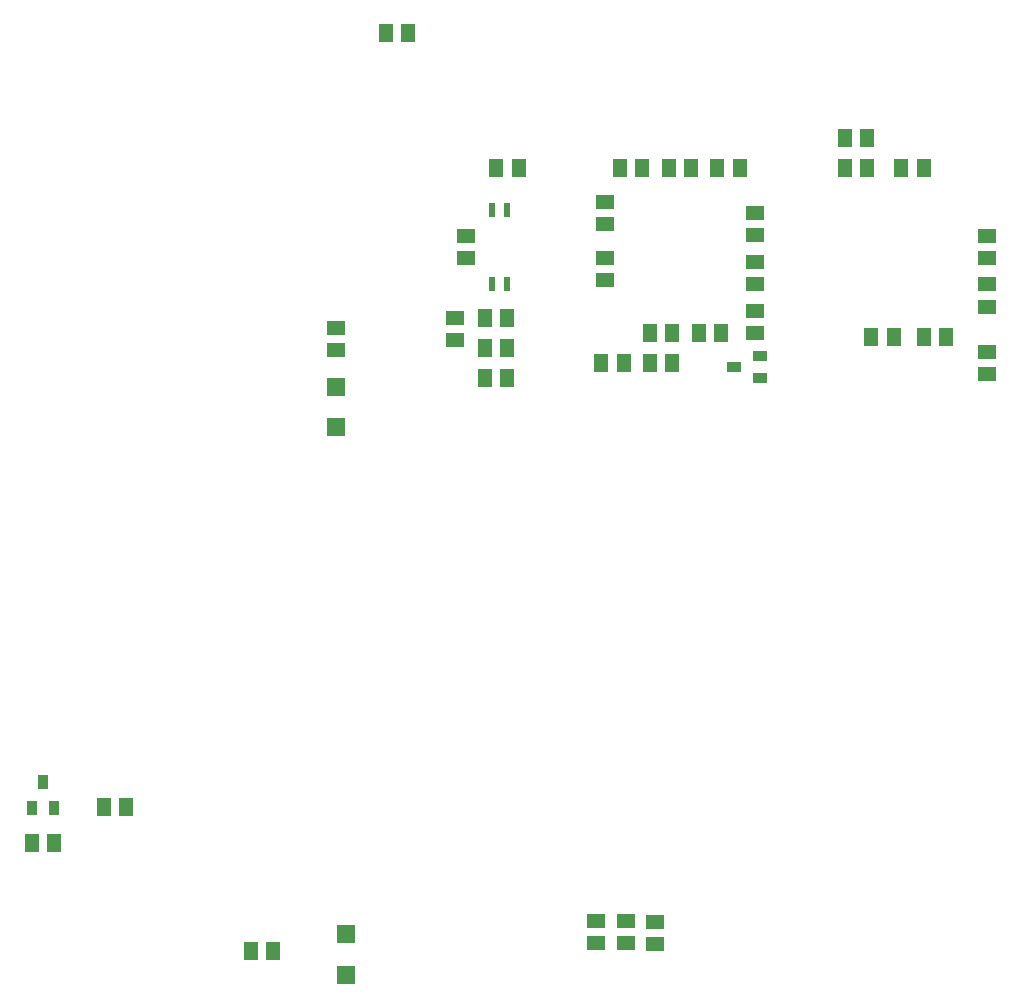
<source format=gtp>
%FSLAX25Y25*%
%MOIN*%
G70*
G01*
G75*
G04 Layer_Color=8421504*
%ADD10R,0.05118X0.05906*%
%ADD11R,0.05118X0.03347*%
%ADD12R,0.06000X0.06000*%
%ADD13R,0.03347X0.05118*%
%ADD14R,0.02362X0.05118*%
%ADD15R,0.05906X0.05118*%
%ADD16C,0.02500*%
%ADD17C,0.10000*%
%ADD18C,0.01500*%
%ADD19O,0.07087X0.08661*%
%ADD20R,0.06000X0.06000*%
%ADD21C,0.06000*%
%ADD22C,0.07874*%
%ADD23R,0.07874X0.07874*%
%ADD24O,0.15748X0.07874*%
%ADD25O,0.07874X0.17716*%
%ADD26O,0.03000X0.07874*%
%ADD27R,0.06299X0.06299*%
%ADD28C,0.06299*%
%ADD29O,0.03000X0.07874*%
%ADD30C,0.07087*%
%ADD31R,0.05906X0.05906*%
%ADD32C,0.05906*%
%ADD33R,0.07284X0.07284*%
%ADD34C,0.07284*%
%ADD35R,0.06299X0.06299*%
%ADD36C,0.08661*%
%ADD37C,0.06496*%
%ADD38R,0.06496X0.06496*%
%ADD39R,0.06496X0.06496*%
%ADD40C,0.11811*%
%ADD41C,0.09843*%
%ADD42C,0.05000*%
%ADD43R,0.00787X0.00787*%
%ADD44C,0.08000*%
%ADD45C,0.00787*%
%ADD46C,0.01000*%
%ADD47C,0.00984*%
%ADD48C,0.02362*%
%ADD49R,0.01181X0.08268*%
%ADD50R,0.08268X0.01181*%
%ADD51C,0.05906*%
%ADD52C,0.01969*%
%ADD53C,0.03937*%
%ADD54C,0.02000*%
%ADD55C,0.00500*%
%ADD56C,0.00700*%
%ADD57C,0.03000*%
%ADD58C,0.00800*%
%ADD59C,0.00591*%
%ADD60R,0.20000X0.25000*%
%ADD61R,0.06102X0.16142*%
D10*
X165394Y279714D02*
D03*
X172874D02*
D03*
X206644D02*
D03*
X214124D02*
D03*
X281644Y289715D02*
D03*
X289124D02*
D03*
X207874Y214715D02*
D03*
X200394D02*
D03*
X222894Y279714D02*
D03*
X230374D02*
D03*
X136124Y324714D02*
D03*
X128644D02*
D03*
X240374Y224714D02*
D03*
X232894D02*
D03*
X246624Y279714D02*
D03*
X239144D02*
D03*
X161644Y219714D02*
D03*
X169124D02*
D03*
X169124Y229714D02*
D03*
X161644D02*
D03*
X83644Y18714D02*
D03*
X91124D02*
D03*
X34644Y66715D02*
D03*
X42124D02*
D03*
X10644Y54715D02*
D03*
X18124D02*
D03*
X281644Y279714D02*
D03*
X289124D02*
D03*
X224124Y214715D02*
D03*
X216644D02*
D03*
X169124Y209715D02*
D03*
X161644D02*
D03*
X290394Y223464D02*
D03*
X297874D02*
D03*
X307894D02*
D03*
X315374D02*
D03*
X216644Y224714D02*
D03*
X224124D02*
D03*
X307874Y279714D02*
D03*
X300394D02*
D03*
D11*
X253465Y209724D02*
D03*
X244803Y213464D02*
D03*
X253465Y217205D02*
D03*
D12*
X112134Y193214D02*
D03*
Y206715D02*
D03*
X115384Y24215D02*
D03*
Y10714D02*
D03*
D13*
X10644Y66384D02*
D03*
X14384Y75045D02*
D03*
X18124Y66384D02*
D03*
D14*
X169134Y265866D02*
D03*
X164134Y241063D02*
D03*
X169134D02*
D03*
X164134Y265866D02*
D03*
D15*
X218384Y28455D02*
D03*
Y20974D02*
D03*
X198634Y28705D02*
D03*
Y21224D02*
D03*
X208634Y28705D02*
D03*
Y21224D02*
D03*
X329134Y249724D02*
D03*
Y257205D02*
D03*
X151634Y229705D02*
D03*
Y222224D02*
D03*
X329134Y218455D02*
D03*
Y210974D02*
D03*
X112134Y226455D02*
D03*
Y218974D02*
D03*
X251634Y240974D02*
D03*
Y248455D02*
D03*
Y264705D02*
D03*
Y257224D02*
D03*
Y232205D02*
D03*
Y224724D02*
D03*
X155384Y249724D02*
D03*
Y257205D02*
D03*
X329134Y233474D02*
D03*
Y240955D02*
D03*
X201634Y268455D02*
D03*
Y260974D02*
D03*
Y249705D02*
D03*
Y242224D02*
D03*
M02*

</source>
